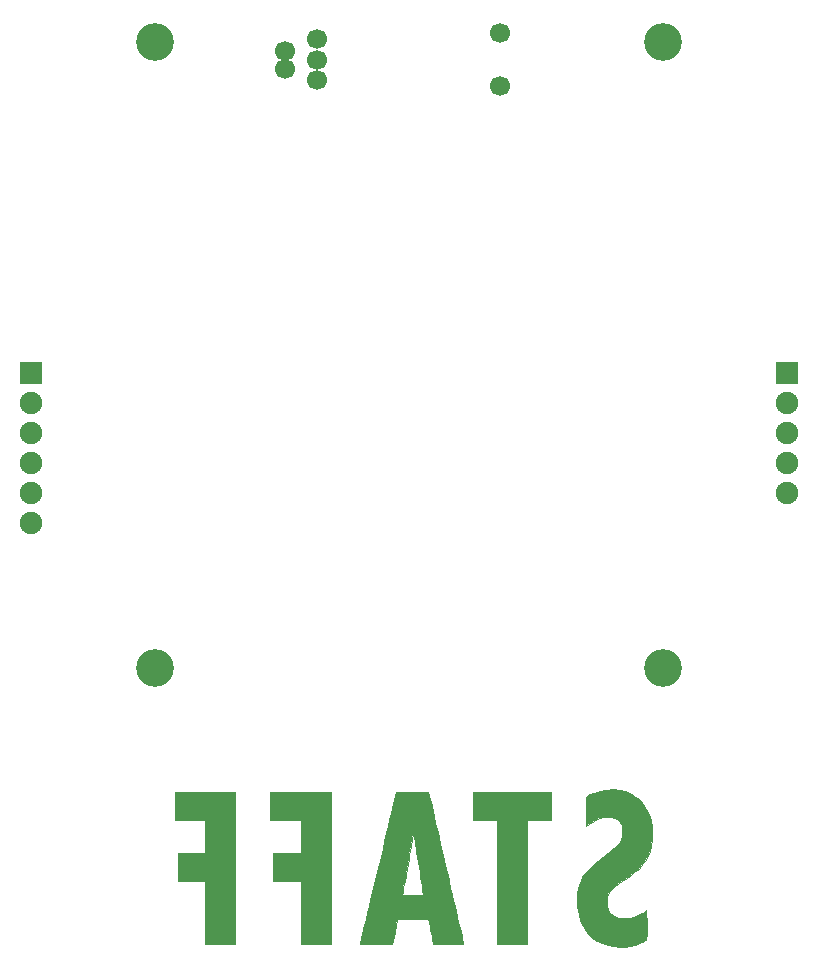
<source format=gbs>
G04 #@! TF.GenerationSoftware,KiCad,Pcbnew,(2017-07-14 revision d3b382c28)-master*
G04 #@! TF.CreationDate,2017-08-01T03:31:59-04:00*
G04 #@! TF.ProjectId,MAGLabs-2017-Swadges,4D41474C6162732D323031372D537761,rev?*
G04 #@! TF.SameCoordinates,Original
G04 #@! TF.FileFunction,Soldermask,Bot*
G04 #@! TF.FilePolarity,Negative*
%FSLAX46Y46*%
G04 Gerber Fmt 4.6, Leading zero omitted, Abs format (unit mm)*
G04 Created by KiCad (PCBNEW (2017-07-14 revision d3b382c28)-master) date Tue Aug  1 03:31:59 2017*
%MOMM*%
%LPD*%
G01*
G04 APERTURE LIST*
%ADD10C,0.010000*%
%ADD11C,1.700000*%
%ADD12O,1.900000X1.900000*%
%ADD13R,1.900000X1.900000*%
%ADD14C,3.200000*%
G04 APERTURE END LIST*
D10*
G36*
X116192000Y-115901667D02*
X118774333Y-115901667D01*
X118774333Y-118653333D01*
X116446000Y-118653333D01*
X116446000Y-121024000D01*
X118774333Y-121024000D01*
X118774333Y-126400333D01*
X121314333Y-126400333D01*
X121314333Y-113488667D01*
X116192000Y-113488667D01*
X116192000Y-115901667D01*
X116192000Y-115901667D01*
G37*
X116192000Y-115901667D02*
X118774333Y-115901667D01*
X118774333Y-118653333D01*
X116446000Y-118653333D01*
X116446000Y-121024000D01*
X118774333Y-121024000D01*
X118774333Y-126400333D01*
X121314333Y-126400333D01*
X121314333Y-113488667D01*
X116192000Y-113488667D01*
X116192000Y-115901667D01*
G36*
X124277666Y-115901667D02*
X125590586Y-115901667D01*
X126903506Y-115901666D01*
X126892336Y-117266917D01*
X126881166Y-118632167D01*
X125706416Y-118643419D01*
X124531666Y-118654672D01*
X124531666Y-121022661D01*
X126881166Y-121045167D01*
X126892066Y-123722750D01*
X126902965Y-126400333D01*
X129442333Y-126400333D01*
X129442333Y-113488667D01*
X124277666Y-113488667D01*
X124277666Y-115901667D01*
X124277666Y-115901667D01*
G37*
X124277666Y-115901667D02*
X125590586Y-115901667D01*
X126903506Y-115901666D01*
X126892336Y-117266917D01*
X126881166Y-118632167D01*
X125706416Y-118643419D01*
X124531666Y-118654672D01*
X124531666Y-121022661D01*
X126881166Y-121045167D01*
X126892066Y-123722750D01*
X126902965Y-126400333D01*
X129442333Y-126400333D01*
X129442333Y-113488667D01*
X124277666Y-113488667D01*
X124277666Y-115901667D01*
G36*
X135927399Y-113488949D02*
X135628370Y-113490109D01*
X135396581Y-113492617D01*
X135223317Y-113496944D01*
X135099865Y-113503560D01*
X135017511Y-113512934D01*
X134967542Y-113525539D01*
X134941245Y-113541842D01*
X134929906Y-113562316D01*
X134929778Y-113562750D01*
X134917610Y-113611696D01*
X134886805Y-113738444D01*
X134838454Y-113938457D01*
X134773647Y-114207199D01*
X134693474Y-114540137D01*
X134599025Y-114932733D01*
X134491390Y-115380452D01*
X134371659Y-115878758D01*
X134240922Y-116423117D01*
X134100268Y-117008992D01*
X133950789Y-117631848D01*
X133793573Y-118287149D01*
X133629711Y-118970359D01*
X133460292Y-119676944D01*
X133404442Y-119909922D01*
X133233320Y-120623750D01*
X133067338Y-121316073D01*
X132907591Y-121982324D01*
X132755176Y-122617933D01*
X132611189Y-123218332D01*
X132476725Y-123778953D01*
X132352881Y-124295226D01*
X132240753Y-124762584D01*
X132141436Y-125176458D01*
X132056027Y-125532279D01*
X131985622Y-125825479D01*
X131931317Y-126051489D01*
X131894208Y-126205740D01*
X131875391Y-126283664D01*
X131873427Y-126291672D01*
X131846155Y-126400333D01*
X134586947Y-126400333D01*
X134819674Y-125331417D01*
X135052401Y-124262500D01*
X136347226Y-124251314D01*
X137642052Y-124240128D01*
X137771728Y-124843981D01*
X137829365Y-125113796D01*
X137891243Y-125405819D01*
X137950054Y-125685424D01*
X137998487Y-125917983D01*
X137999746Y-125924083D01*
X138098089Y-126400333D01*
X139378049Y-126400333D01*
X139754824Y-126399630D01*
X140054125Y-126397321D01*
X140283136Y-126393103D01*
X140449038Y-126386675D01*
X140559016Y-126377737D01*
X140620251Y-126365987D01*
X140639928Y-126351123D01*
X140639397Y-126347417D01*
X140627888Y-126300843D01*
X140598342Y-126176298D01*
X140551809Y-125978297D01*
X140489338Y-125711353D01*
X140411981Y-125379982D01*
X140320788Y-124988700D01*
X140216808Y-124542021D01*
X140101093Y-124044461D01*
X139974692Y-123500533D01*
X139838657Y-122914754D01*
X139694036Y-122291639D01*
X139663091Y-122158233D01*
X137203278Y-122158233D01*
X137203240Y-122177583D01*
X137156012Y-122189812D01*
X137040821Y-122199088D01*
X136872866Y-122205512D01*
X136667349Y-122209187D01*
X136439467Y-122210213D01*
X136204423Y-122208692D01*
X135977414Y-122204726D01*
X135773641Y-122198417D01*
X135608303Y-122189866D01*
X135496601Y-122179174D01*
X135453734Y-122166443D01*
X135453666Y-122165891D01*
X135461312Y-122116035D01*
X135483126Y-121992130D01*
X135517424Y-121803297D01*
X135562522Y-121558656D01*
X135616736Y-121267327D01*
X135678381Y-120938432D01*
X135745773Y-120581090D01*
X135768324Y-120461975D01*
X135845046Y-120051297D01*
X135922445Y-119626333D01*
X135997644Y-119203634D01*
X136067764Y-118799750D01*
X136129928Y-118431232D01*
X136181259Y-118114632D01*
X136215296Y-117891333D01*
X136255815Y-117618969D01*
X136294391Y-117371394D01*
X136328772Y-117162157D01*
X136356708Y-117004807D01*
X136375945Y-116912893D01*
X136380296Y-116898461D01*
X136397306Y-116907431D01*
X136422140Y-116997588D01*
X136454207Y-117165872D01*
X136492913Y-117409222D01*
X136531804Y-117681628D01*
X136565385Y-117919236D01*
X136610185Y-118225461D01*
X136663933Y-118585337D01*
X136724357Y-118983895D01*
X136789183Y-119406169D01*
X136856140Y-119837190D01*
X136922956Y-120261992D01*
X136936385Y-120346667D01*
X136996219Y-120726788D01*
X137050939Y-121081015D01*
X137099271Y-121400619D01*
X137139943Y-121676871D01*
X137171683Y-121901044D01*
X137193218Y-122064407D01*
X137203278Y-122158233D01*
X139663091Y-122158233D01*
X139541881Y-121635702D01*
X139383243Y-120951458D01*
X139219170Y-120243423D01*
X139159731Y-119986833D01*
X138993835Y-119270644D01*
X138832958Y-118576150D01*
X138678154Y-117907909D01*
X138530480Y-117270474D01*
X138390991Y-116668400D01*
X138260742Y-116106243D01*
X138140789Y-115588558D01*
X138032187Y-115119899D01*
X137935992Y-114704821D01*
X137853259Y-114347879D01*
X137785044Y-114053630D01*
X137732403Y-113826626D01*
X137696390Y-113671424D01*
X137678061Y-113592578D01*
X137676032Y-113583917D01*
X137653387Y-113488667D01*
X136302379Y-113488666D01*
X135927399Y-113488949D01*
X135927399Y-113488949D01*
G37*
X135927399Y-113488949D02*
X135628370Y-113490109D01*
X135396581Y-113492617D01*
X135223317Y-113496944D01*
X135099865Y-113503560D01*
X135017511Y-113512934D01*
X134967542Y-113525539D01*
X134941245Y-113541842D01*
X134929906Y-113562316D01*
X134929778Y-113562750D01*
X134917610Y-113611696D01*
X134886805Y-113738444D01*
X134838454Y-113938457D01*
X134773647Y-114207199D01*
X134693474Y-114540137D01*
X134599025Y-114932733D01*
X134491390Y-115380452D01*
X134371659Y-115878758D01*
X134240922Y-116423117D01*
X134100268Y-117008992D01*
X133950789Y-117631848D01*
X133793573Y-118287149D01*
X133629711Y-118970359D01*
X133460292Y-119676944D01*
X133404442Y-119909922D01*
X133233320Y-120623750D01*
X133067338Y-121316073D01*
X132907591Y-121982324D01*
X132755176Y-122617933D01*
X132611189Y-123218332D01*
X132476725Y-123778953D01*
X132352881Y-124295226D01*
X132240753Y-124762584D01*
X132141436Y-125176458D01*
X132056027Y-125532279D01*
X131985622Y-125825479D01*
X131931317Y-126051489D01*
X131894208Y-126205740D01*
X131875391Y-126283664D01*
X131873427Y-126291672D01*
X131846155Y-126400333D01*
X134586947Y-126400333D01*
X134819674Y-125331417D01*
X135052401Y-124262500D01*
X136347226Y-124251314D01*
X137642052Y-124240128D01*
X137771728Y-124843981D01*
X137829365Y-125113796D01*
X137891243Y-125405819D01*
X137950054Y-125685424D01*
X137998487Y-125917983D01*
X137999746Y-125924083D01*
X138098089Y-126400333D01*
X139378049Y-126400333D01*
X139754824Y-126399630D01*
X140054125Y-126397321D01*
X140283136Y-126393103D01*
X140449038Y-126386675D01*
X140559016Y-126377737D01*
X140620251Y-126365987D01*
X140639928Y-126351123D01*
X140639397Y-126347417D01*
X140627888Y-126300843D01*
X140598342Y-126176298D01*
X140551809Y-125978297D01*
X140489338Y-125711353D01*
X140411981Y-125379982D01*
X140320788Y-124988700D01*
X140216808Y-124542021D01*
X140101093Y-124044461D01*
X139974692Y-123500533D01*
X139838657Y-122914754D01*
X139694036Y-122291639D01*
X139663091Y-122158233D01*
X137203278Y-122158233D01*
X137203240Y-122177583D01*
X137156012Y-122189812D01*
X137040821Y-122199088D01*
X136872866Y-122205512D01*
X136667349Y-122209187D01*
X136439467Y-122210213D01*
X136204423Y-122208692D01*
X135977414Y-122204726D01*
X135773641Y-122198417D01*
X135608303Y-122189866D01*
X135496601Y-122179174D01*
X135453734Y-122166443D01*
X135453666Y-122165891D01*
X135461312Y-122116035D01*
X135483126Y-121992130D01*
X135517424Y-121803297D01*
X135562522Y-121558656D01*
X135616736Y-121267327D01*
X135678381Y-120938432D01*
X135745773Y-120581090D01*
X135768324Y-120461975D01*
X135845046Y-120051297D01*
X135922445Y-119626333D01*
X135997644Y-119203634D01*
X136067764Y-118799750D01*
X136129928Y-118431232D01*
X136181259Y-118114632D01*
X136215296Y-117891333D01*
X136255815Y-117618969D01*
X136294391Y-117371394D01*
X136328772Y-117162157D01*
X136356708Y-117004807D01*
X136375945Y-116912893D01*
X136380296Y-116898461D01*
X136397306Y-116907431D01*
X136422140Y-116997588D01*
X136454207Y-117165872D01*
X136492913Y-117409222D01*
X136531804Y-117681628D01*
X136565385Y-117919236D01*
X136610185Y-118225461D01*
X136663933Y-118585337D01*
X136724357Y-118983895D01*
X136789183Y-119406169D01*
X136856140Y-119837190D01*
X136922956Y-120261992D01*
X136936385Y-120346667D01*
X136996219Y-120726788D01*
X137050939Y-121081015D01*
X137099271Y-121400619D01*
X137139943Y-121676871D01*
X137171683Y-121901044D01*
X137193218Y-122064407D01*
X137203278Y-122158233D01*
X139663091Y-122158233D01*
X139541881Y-121635702D01*
X139383243Y-120951458D01*
X139219170Y-120243423D01*
X139159731Y-119986833D01*
X138993835Y-119270644D01*
X138832958Y-118576150D01*
X138678154Y-117907909D01*
X138530480Y-117270474D01*
X138390991Y-116668400D01*
X138260742Y-116106243D01*
X138140789Y-115588558D01*
X138032187Y-115119899D01*
X137935992Y-114704821D01*
X137853259Y-114347879D01*
X137785044Y-114053630D01*
X137732403Y-113826626D01*
X137696390Y-113671424D01*
X137678061Y-113592578D01*
X137676032Y-113583917D01*
X137653387Y-113488667D01*
X136302379Y-113488666D01*
X135927399Y-113488949D01*
G36*
X141465000Y-115901667D02*
X143497000Y-115901667D01*
X143497000Y-126400333D01*
X146037000Y-126400333D01*
X146037000Y-115901667D01*
X148069000Y-115901667D01*
X148069000Y-113488667D01*
X141465000Y-113488667D01*
X141465000Y-115901667D01*
X141465000Y-115901667D01*
G37*
X141465000Y-115901667D02*
X143497000Y-115901667D01*
X143497000Y-126400333D01*
X146037000Y-126400333D01*
X146037000Y-115901667D01*
X148069000Y-115901667D01*
X148069000Y-113488667D01*
X141465000Y-113488667D01*
X141465000Y-115901667D01*
G36*
X152750001Y-113312904D02*
X152213813Y-113410295D01*
X151684297Y-113573709D01*
X151367297Y-113706646D01*
X150990000Y-113881946D01*
X150990000Y-116406273D01*
X151269480Y-116194735D01*
X151685466Y-115918917D01*
X152095224Y-115725543D01*
X152497306Y-115615187D01*
X152810333Y-115587067D01*
X153161153Y-115615145D01*
X153456420Y-115705121D01*
X153700983Y-115859560D01*
X153899691Y-116081031D01*
X153975923Y-116204115D01*
X154035808Y-116319876D01*
X154072974Y-116421300D01*
X154092744Y-116535085D01*
X154100442Y-116687932D01*
X154101500Y-116833890D01*
X154099035Y-117031216D01*
X154087543Y-117173707D01*
X154060879Y-117291143D01*
X154012897Y-117413306D01*
X153958325Y-117527776D01*
X153864789Y-117694418D01*
X153745638Y-117861001D01*
X153593260Y-118034923D01*
X153400043Y-118223582D01*
X153158375Y-118434377D01*
X152860644Y-118674707D01*
X152499236Y-118951971D01*
X152471666Y-118972721D01*
X152031307Y-119313378D01*
X151659004Y-119623821D01*
X151347376Y-119912282D01*
X151089043Y-120186989D01*
X150876624Y-120456172D01*
X150702738Y-120728061D01*
X150560005Y-121010885D01*
X150488075Y-121184504D01*
X150389071Y-121470976D01*
X150320497Y-121747359D01*
X150278122Y-122039464D01*
X150257718Y-122373101D01*
X150254248Y-122611500D01*
X150286589Y-123238974D01*
X150384522Y-123824725D01*
X150546256Y-124365098D01*
X150770004Y-124856437D01*
X151053976Y-125295087D01*
X151396383Y-125677392D01*
X151795437Y-125999696D01*
X151965140Y-126107809D01*
X152388411Y-126315391D01*
X152861603Y-126470206D01*
X153366092Y-126569190D01*
X153883257Y-126609279D01*
X154394476Y-126587411D01*
X154653967Y-126550140D01*
X154853194Y-126509677D01*
X155063649Y-126460378D01*
X155204300Y-126422874D01*
X155362481Y-126369579D01*
X155544951Y-126296814D01*
X155731270Y-126214131D01*
X155900996Y-126131082D01*
X156033687Y-126057220D01*
X156108901Y-126002096D01*
X156111785Y-125998828D01*
X156126269Y-125937058D01*
X156136958Y-125792173D01*
X156143815Y-125565643D01*
X156146800Y-125258937D01*
X156145876Y-124873523D01*
X156144741Y-124733083D01*
X156133500Y-123520594D01*
X155976762Y-123627122D01*
X155604296Y-123846592D01*
X155214380Y-124014866D01*
X154820003Y-124129580D01*
X154434150Y-124188368D01*
X154069808Y-124188863D01*
X153739964Y-124128701D01*
X153570401Y-124065460D01*
X153293556Y-123907271D01*
X153080435Y-123710281D01*
X152912828Y-123457007D01*
X152890299Y-123412701D01*
X152818831Y-123255096D01*
X152778319Y-123121562D01*
X152760452Y-122974300D01*
X152756859Y-122805866D01*
X152772550Y-122557397D01*
X152823856Y-122330546D01*
X152917130Y-122116851D01*
X153058723Y-121907850D01*
X153254988Y-121695080D01*
X153512278Y-121470079D01*
X153836944Y-121224385D01*
X154062612Y-121066333D01*
X154504910Y-120756090D01*
X154880117Y-120476225D01*
X155196787Y-120219095D01*
X155463478Y-119977057D01*
X155688746Y-119742467D01*
X155881148Y-119507680D01*
X156007888Y-119328578D01*
X156246068Y-118917706D01*
X156422428Y-118489172D01*
X156540778Y-118029068D01*
X156604924Y-117523485D01*
X156619777Y-117093650D01*
X156587185Y-116478936D01*
X156489518Y-115905850D01*
X156328818Y-115378176D01*
X156107123Y-114899702D01*
X155826475Y-114474213D01*
X155488913Y-114105497D01*
X155096476Y-113797339D01*
X154732913Y-113591412D01*
X154284317Y-113420792D01*
X153796681Y-113317762D01*
X153281433Y-113281930D01*
X152750001Y-113312904D01*
X152750001Y-113312904D01*
G37*
X152750001Y-113312904D02*
X152213813Y-113410295D01*
X151684297Y-113573709D01*
X151367297Y-113706646D01*
X150990000Y-113881946D01*
X150990000Y-116406273D01*
X151269480Y-116194735D01*
X151685466Y-115918917D01*
X152095224Y-115725543D01*
X152497306Y-115615187D01*
X152810333Y-115587067D01*
X153161153Y-115615145D01*
X153456420Y-115705121D01*
X153700983Y-115859560D01*
X153899691Y-116081031D01*
X153975923Y-116204115D01*
X154035808Y-116319876D01*
X154072974Y-116421300D01*
X154092744Y-116535085D01*
X154100442Y-116687932D01*
X154101500Y-116833890D01*
X154099035Y-117031216D01*
X154087543Y-117173707D01*
X154060879Y-117291143D01*
X154012897Y-117413306D01*
X153958325Y-117527776D01*
X153864789Y-117694418D01*
X153745638Y-117861001D01*
X153593260Y-118034923D01*
X153400043Y-118223582D01*
X153158375Y-118434377D01*
X152860644Y-118674707D01*
X152499236Y-118951971D01*
X152471666Y-118972721D01*
X152031307Y-119313378D01*
X151659004Y-119623821D01*
X151347376Y-119912282D01*
X151089043Y-120186989D01*
X150876624Y-120456172D01*
X150702738Y-120728061D01*
X150560005Y-121010885D01*
X150488075Y-121184504D01*
X150389071Y-121470976D01*
X150320497Y-121747359D01*
X150278122Y-122039464D01*
X150257718Y-122373101D01*
X150254248Y-122611500D01*
X150286589Y-123238974D01*
X150384522Y-123824725D01*
X150546256Y-124365098D01*
X150770004Y-124856437D01*
X151053976Y-125295087D01*
X151396383Y-125677392D01*
X151795437Y-125999696D01*
X151965140Y-126107809D01*
X152388411Y-126315391D01*
X152861603Y-126470206D01*
X153366092Y-126569190D01*
X153883257Y-126609279D01*
X154394476Y-126587411D01*
X154653967Y-126550140D01*
X154853194Y-126509677D01*
X155063649Y-126460378D01*
X155204300Y-126422874D01*
X155362481Y-126369579D01*
X155544951Y-126296814D01*
X155731270Y-126214131D01*
X155900996Y-126131082D01*
X156033687Y-126057220D01*
X156108901Y-126002096D01*
X156111785Y-125998828D01*
X156126269Y-125937058D01*
X156136958Y-125792173D01*
X156143815Y-125565643D01*
X156146800Y-125258937D01*
X156145876Y-124873523D01*
X156144741Y-124733083D01*
X156133500Y-123520594D01*
X155976762Y-123627122D01*
X155604296Y-123846592D01*
X155214380Y-124014866D01*
X154820003Y-124129580D01*
X154434150Y-124188368D01*
X154069808Y-124188863D01*
X153739964Y-124128701D01*
X153570401Y-124065460D01*
X153293556Y-123907271D01*
X153080435Y-123710281D01*
X152912828Y-123457007D01*
X152890299Y-123412701D01*
X152818831Y-123255096D01*
X152778319Y-123121562D01*
X152760452Y-122974300D01*
X152756859Y-122805866D01*
X152772550Y-122557397D01*
X152823856Y-122330546D01*
X152917130Y-122116851D01*
X153058723Y-121907850D01*
X153254988Y-121695080D01*
X153512278Y-121470079D01*
X153836944Y-121224385D01*
X154062612Y-121066333D01*
X154504910Y-120756090D01*
X154880117Y-120476225D01*
X155196787Y-120219095D01*
X155463478Y-119977057D01*
X155688746Y-119742467D01*
X155881148Y-119507680D01*
X156007888Y-119328578D01*
X156246068Y-118917706D01*
X156422428Y-118489172D01*
X156540778Y-118029068D01*
X156604924Y-117523485D01*
X156619777Y-117093650D01*
X156587185Y-116478936D01*
X156489518Y-115905850D01*
X156328818Y-115378176D01*
X156107123Y-114899702D01*
X155826475Y-114474213D01*
X155488913Y-114105497D01*
X155096476Y-113797339D01*
X154732913Y-113591412D01*
X154284317Y-113420792D01*
X153796681Y-113317762D01*
X153281433Y-113281930D01*
X152750001Y-113312904D01*
D11*
X125500000Y-50750000D03*
X125500000Y-52250000D03*
X143750000Y-53750000D03*
X143750000Y-49250000D03*
X128250000Y-49750000D03*
X128250000Y-51500000D03*
X128250000Y-53250000D03*
D12*
X104000000Y-90700000D03*
X104000000Y-88160000D03*
X104000000Y-85620000D03*
X104000000Y-83080000D03*
X104000000Y-80540000D03*
D13*
X104000000Y-78000000D03*
D12*
X168000000Y-88160000D03*
X168000000Y-85620000D03*
X168000000Y-83080000D03*
X168000000Y-80540000D03*
D13*
X168000000Y-78000000D03*
D14*
X157500000Y-50000000D03*
X157500000Y-103000000D03*
X114500000Y-50000000D03*
X114500000Y-103000000D03*
M02*

</source>
